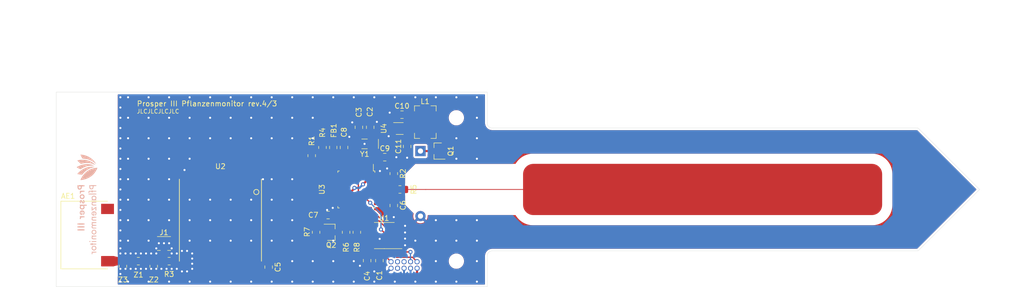
<source format=kicad_pcb>
(kicad_pcb (version 20171130) (host pcbnew "(5.1.12-1-10_14)")
  (layers (0 F.Cu signal) (31 B.Cu signal) (34 B.Paste user) (35 F.Paste user) (36 B.SilkS user) (37 F.SilkS user) (38 B.Mask user) (39 F.Mask user) (44 Edge.Cuts user))
  (net 0 "")
  (net 1 "Net-(AE1-Pad1)")
  (net 2 GND)
  (net 3 "Net-(BT1-Pad1)")
  (net 4 VI2C)
  (net 5 +3V3)
  (net 6 VIN_SENSE)
  (net 7 +3.3VA)
  (net 8 NRST)
  (net 9 "Net-(J1-Pad1)")
  (net 10 SWDIO)
  (net 11 SWCLK)
  (net 12 "Net-(J2-Pad8)")
  (net 13 "Net-(J2-Pad7)")
  (net 14 "Net-(J2-Pad6)")
  (net 15 "Net-(L1-Pad1)")
  (net 16 I2C_ENABLE)
  (net 17 SCL)
  (net 18 SDA)
  (net 19 RFM95_NRST)
  (net 20 MISO)
  (net 21 MOSI)
  (net 22 SCK)
  (net 23 RFM95_NSS)
  (net 24 RFM95_DIO5)
  (net 25 "Net-(U2-Pad11)")
  (net 26 "Net-(U2-Pad12)")
  (net 27 "Net-(U2-Pad16)")
  (net 28 TSC_IO1)
  (net 29 SENSOR_PLANE)
  (net 30 RFM95_DIO0)
  (net 31 RFM95_DIO1)
  (net 32 "Net-(C2-Pad1)")
  (net 33 "Net-(C3-Pad1)")
  (net 34 "Net-(R2-Pad1)")
  (net 35 "Net-(R3-Pad1)")
  (net 36 "Net-(R4-Pad2)")
  (net 37 "Net-(U3-Pad7)")
  (net 38 "Net-(U3-Pad21)")
  (net 39 "Net-(U3-Pad22)")
  (net 40 "Net-(U3-Pad25)")
  (net 41 "Net-(U3-Pad26)")
  (net 42 "Net-(U3-Pad29)")
  (net 43 "Net-(U3-Pad30)")
  (net 44 TSC_IO2)
  (module Resistor_SMD:R_0805_2012Metric_Pad1.20x1.40mm_HandSolder (layer F.Cu) (at 127 100 180)
    (fp_text reference R5 (at -2.7 0 90) (layer F.SilkS))
    (fp_text value 100)
    (pad 2 smd roundrect (at 1 0 180) (size 1.2 1.4) (layers F.Cu F.Paste F.Mask) (roundrect_rratio 0.2083325) (net 44 TSC_IO2))
    (pad 1 smd roundrect (at -1 0 180) (size 1.2 1.4) (layers F.Cu F.Paste F.Mask) (roundrect_rratio 0.2083325) (net 29 SENSOR_PLANE))
  )
  (module my-footprints-library:ProsperIIIPflanzenMonitorLogo (layer B.Cu) (at 66 103 270)
    (fp_text reference G*** hide)
    (fp_text value LOGO hide)
  )
  (module Crystal:Crystal_SMD_EuroQuartz_EQ161-2Pin_3.2x1.5mm_HandSoldering (layer F.Cu) (at 120.1 91.1 180)
    (fp_text reference Y1 (at -0.025 -2) (layer F.SilkS))
    (fp_text value 32768Hz)
    (pad 2 smd rect (at 1.625 0 180) (size 1.75 1.8) (layers F.Cu F.Paste F.Mask) (net 33 "Net-(C3-Pad1)"))
    (pad 1 smd rect (at -1.625 0 180) (size 1.75 1.8) (layers F.Cu F.Paste F.Mask) (net 32 "Net-(C2-Pad1)"))
  )
  (module Capacitor_SMD:C_0805_2012Metric_Pad1.18x1.45mm_HandSolder (layer F.Cu) (at 119 87.8625 90)
    (fp_text reference C3 (at 2.9125 0 270) (layer F.SilkS))
    (fp_text value 15pF)
    (pad 2 smd roundrect (at 1.0375 0 90) (size 1.175 1.45) (layers F.Cu F.Paste F.Mask) (roundrect_rratio 0.2127659574468085) (net 2 GND))
    (pad 1 smd roundrect (at -1.0375 0 90) (size 1.175 1.45) (layers F.Cu F.Paste F.Mask) (roundrect_rratio 0.2127659574468085) (net 33 "Net-(C3-Pad1)"))
  )
  (module Capacitor_SMD:C_0805_2012Metric_Pad1.18x1.45mm_HandSolder (layer F.Cu) (at 121.2 87.8625 90)
    (fp_text reference C2 (at 3.0125 -0.05 90) (layer F.SilkS))
    (fp_text value 15pF)
    (pad 2 smd roundrect (at 1.0375 0 90) (size 1.175 1.45) (layers F.Cu F.Paste F.Mask) (roundrect_rratio 0.2127659574468085) (net 2 GND))
    (pad 1 smd roundrect (at -1.0375 0 90) (size 1.175 1.45) (layers F.Cu F.Paste F.Mask) (roundrect_rratio 0.2127659574468085) (net 32 "Net-(C2-Pad1)"))
  )
  (module MountingHole:MountingHole_2.2mm_M2 (layer F.Cu) (at 138 114)
    (fp_text reference H3 hide)
    (fp_text value MountingHole)
    (pad 1 np_thru_hole circle (at 0 0) (size 2.2 2.2) (drill 2.2) (layers *.Cu *.Mask))
  )
  (module MountingHole:MountingHole_2.2mm_M2 (layer F.Cu) (at 138 86)
    (fp_text reference H2 hide)
    (fp_text value MountingHole)
    (pad 1 np_thru_hole circle (at 0 0) (size 2.2 2.2) (drill 2.2) (layers *.Cu *.Mask))
  )
  (module MountingHole:MountingHole_2.2mm_M2 (layer F.Cu) (at 65 86)
    (fp_text reference H1 hide)
    (fp_text value MountingHole)
    (pad 1 np_thru_hole circle (at 0 0) (size 2.2 2.2) (drill 2.2) (layers *.Cu *.Mask))
  )
  (module my-footprints-library:BatteryHolder_Keystone_2468_2xAAA_NoSilkscreen (layer B.Cu) (at 131 92.5 180)
    (fp_text reference BT1 hide)
    (fp_text value Keystone-2462)
    (pad 2 thru_hole circle (at 0 -12.7 180) (size 2 2) (drill 1.02) (layers *.Cu *.Mask) (net 2 GND))
    (pad 1 thru_hole rect (at 0 0 180) (size 2 2) (drill 1.02) (layers *.Cu *.Mask) (net 3 "Net-(BT1-Pad1)"))
  )
  (module my-footprints-library:SHF-105-01-L-D-TH_NoSilkscreen (layer B.Cu) (at 127.8 114.75 180)
    (fp_text reference J2 hide)
    (fp_text value SHF-105-01-L-D-TH)
    (pad 2 thru_hole circle (at -2.54 0.635 180) (size 1 1) (drill 0.65) (layers *.Cu *.Mask) (net 10 SWDIO))
    (pad 4 thru_hole circle (at -1.27 0.635 180) (size 1 1) (drill 0.65) (layers *.Cu *.Mask) (net 11 SWCLK))
    (pad 10 thru_hole circle (at 2.54 0.635 180) (size 1 1) (drill 0.65) (layers *.Cu *.Mask) (net 8 NRST))
    (pad 8 thru_hole circle (at 1.27 0.635 180) (size 1 1) (drill 0.65) (layers *.Cu *.Mask) (net 12 "Net-(J2-Pad8)"))
    (pad 9 thru_hole circle (at 2.54 -0.635 180) (size 1 1) (drill 0.65) (layers *.Cu *.Mask) (net 2 GND))
    (pad 7 thru_hole circle (at 1.27 -0.635 180) (size 1 1) (drill 0.65) (layers *.Cu *.Mask) (net 13 "Net-(J2-Pad7)"))
    (pad 1 thru_hole circle (at -2.54 -0.635 180) (size 1 1) (drill 0.65) (layers *.Cu *.Mask) (net 5 +3V3))
    (pad 3 thru_hole circle (at -1.27 -0.635 180) (size 1 1) (drill 0.65) (layers *.Cu *.Mask) (net 2 GND))
    (pad 6 thru_hole circle (at 0 0.635 180) (size 1 1) (drill 0.65) (layers *.Cu *.Mask) (net 14 "Net-(J2-Pad6)"))
    (pad 5 thru_hole circle (at 0 -0.635 180) (size 1 1) (drill 0.65) (layers *.Cu *.Mask) (net 2 GND))
  )
  (module Capacitor_SMD:C_0805_2012Metric_Pad1.18x1.45mm_HandSolder (layer F.Cu) (at 125.8 103.1375 270)
    (fp_text reference C6 (at -0.0375 -1.8 90) (layer F.SilkS))
    (fp_text value 100nF)
    (pad 2 smd roundrect (at 1.0375 0 270) (size 1.175 1.45) (layers F.Cu F.Paste F.Mask) (roundrect_rratio 0.2127659574468085) (net 2 GND))
    (pad 1 smd roundrect (at -1.0375 0 270) (size 1.175 1.45) (layers F.Cu F.Paste F.Mask) (roundrect_rratio 0.2127659574468085) (net 28 TSC_IO1))
  )
  (module Resistor_SMD:R_0805_2012Metric_Pad1.20x1.40mm_HandSolder (layer F.Cu) (at 73 115 90)
    (fp_text reference Z3 (at -2.625 0) (layer F.SilkS))
    (fp_text value 900fF)
    (pad 2 smd roundrect (at 1 0 90) (size 1.2 1.4) (layers F.Cu F.Paste F.Mask) (roundrect_rratio 0.2083325) (net 1 "Net-(AE1-Pad1)"))
    (pad 1 smd roundrect (at -1 0 90) (size 1.2 1.4) (layers F.Cu F.Paste F.Mask) (roundrect_rratio 0.2083325) (net 2 GND))
  )
  (module Resistor_SMD:R_0805_2012Metric_Pad1.20x1.40mm_HandSolder (layer F.Cu) (at 76 114 180)
    (fp_text reference Z1 (at -0.025 -2.675 180) (layer F.SilkS))
    (fp_text value 11nH)
    (pad 2 smd roundrect (at 1 0 180) (size 1.2 1.4) (layers F.Cu F.Paste F.Mask) (roundrect_rratio 0.2083325) (net 1 "Net-(AE1-Pad1)"))
    (pad 1 smd roundrect (at -1 0 180) (size 1.2 1.4) (layers F.Cu F.Paste F.Mask) (roundrect_rratio 0.2083325) (net 9 "Net-(J1-Pad1)"))
  )
  (module Resistor_SMD:R_0805_2012Metric_Pad1.20x1.40mm_HandSolder (layer F.Cu) (at 79 115 270)
    (fp_text reference Z2 (at 2.625 -0.025) (layer F.SilkS))
    (fp_text value NC)
    (pad 2 smd roundrect (at 1 0 270) (size 1.2 1.4) (layers F.Cu F.Paste F.Mask) (roundrect_rratio 0.2083325) (net 2 GND))
    (pad 1 smd roundrect (at -1 0 270) (size 1.2 1.4) (layers F.Cu F.Paste F.Mask) (roundrect_rratio 0.2083325) (net 9 "Net-(J1-Pad1)"))
  )
  (module my-footprints-library:LQFP-32_7x7mm_P0.8mm_HandSolder (layer F.Cu) (at 118.5 100 270)
    (fp_text reference U3 (at 0 6.7 270) (layer F.SilkS))
    (fp_text value STM32L412KB)
    (pad 1 smd roundrect (at -4.575 -2.8 270) (size 2.3 0.5) (layers F.Cu F.Paste F.Mask) (net 5 +3V3))
    (pad 2 smd roundrect (at -4.575 -2 270) (size 2.3 0.5) (layers F.Cu F.Paste F.Mask) (net 32 "Net-(C2-Pad1)"))
    (pad 3 smd roundrect (at -4.575 -1.2 270) (size 2.3 0.5) (layers F.Cu F.Paste F.Mask) (net 33 "Net-(C3-Pad1)"))
    (pad 4 smd roundrect (at -4.575 -0.4 270) (size 2.3 0.5) (layers F.Cu F.Paste F.Mask) (net 8 NRST))
    (pad 5 smd roundrect (at -4.575 0.4 270) (size 2.3 0.5) (layers F.Cu F.Paste F.Mask) (net 7 +3.3VA))
    (pad 6 smd roundrect (at -4.575 1.2 270) (size 2.3 0.5) (layers F.Cu F.Paste F.Mask) (net 36 "Net-(R4-Pad2)"))
    (pad 7 smd roundrect (at -4.575 2 270) (size 2.3 0.5) (layers F.Cu F.Paste F.Mask) (net 37 "Net-(U3-Pad7)"))
    (pad 8 smd roundrect (at -4.575 2.8 270) (size 2.3 0.5) (layers F.Cu F.Paste F.Mask) (net 24 RFM95_DIO5))
    (pad 9 smd roundrect (at -2.8 4.575 270) (size 0.5 2.3) (layers F.Cu F.Paste F.Mask) (net 19 RFM95_NRST))
    (pad 10 smd roundrect (at -2 4.575 270) (size 0.5 2.3) (layers F.Cu F.Paste F.Mask) (net 23 RFM95_NSS))
    (pad 11 smd roundrect (at -1.2 4.575 270) (size 0.5 2.3) (layers F.Cu F.Paste F.Mask) (net 22 SCK))
    (pad 12 smd roundrect (at -0.4 4.575 270) (size 0.5 2.3) (layers F.Cu F.Paste F.Mask) (net 20 MISO))
    (pad 13 smd roundrect (at 0.4 4.575 270) (size 0.5 2.3) (layers F.Cu F.Paste F.Mask) (net 21 MOSI))
    (pad 14 smd roundrect (at 1.2 4.575 270) (size 0.5 2.3) (layers F.Cu F.Paste F.Mask) (net 30 RFM95_DIO0))
    (pad 15 smd roundrect (at 2 4.575 270) (size 0.5 2.3) (layers F.Cu F.Paste F.Mask) (net 31 RFM95_DIO1))
    (pad 16 smd roundrect (at 2.8 4.575 270) (size 0.5 2.3) (layers F.Cu F.Paste F.Mask) (net 2 GND))
    (pad 17 smd roundrect (at 4.575 2.8 270) (size 2.3 0.5) (layers F.Cu F.Paste F.Mask) (net 5 +3V3))
    (pad 18 smd roundrect (at 4.575 2 270) (size 2.3 0.5) (layers F.Cu F.Paste F.Mask) (net 16 I2C_ENABLE))
    (pad 19 smd roundrect (at 4.575 1.2 270) (size 2.3 0.5) (layers F.Cu F.Paste F.Mask) (net 17 SCL))
    (pad 20 smd roundrect (at 4.575 0.4 270) (size 2.3 0.5) (layers F.Cu F.Paste F.Mask) (net 18 SDA))
    (pad 21 smd roundrect (at 4.575 -0.4 270) (size 2.3 0.5) (layers F.Cu F.Paste F.Mask) (net 38 "Net-(U3-Pad21)"))
    (pad 22 smd roundrect (at 4.575 -1.2 270) (size 2.3 0.5) (layers F.Cu F.Paste F.Mask) (net 39 "Net-(U3-Pad22)"))
    (pad 23 smd roundrect (at 4.575 -2 270) (size 2.3 0.5) (layers F.Cu F.Paste F.Mask) (net 10 SWDIO))
    (pad 24 smd roundrect (at 4.575 -2.8 270) (size 2.3 0.5) (layers F.Cu F.Paste F.Mask) (net 11 SWCLK))
    (pad 25 smd roundrect (at 2.8 -4.575 270) (size 0.5 2.3) (layers F.Cu F.Paste F.Mask) (net 40 "Net-(U3-Pad25)"))
    (pad 26 smd roundrect (at 2 -4.575 270) (size 0.5 2.3) (layers F.Cu F.Paste F.Mask) (net 41 "Net-(U3-Pad26)"))
    (pad 27 smd roundrect (at 1.2 -4.575 270) (size 0.5 2.3) (layers F.Cu F.Paste F.Mask) (net 28 TSC_IO1))
    (pad 28 smd roundrect (at 0.4 -4.575 270) (size 0.5 2.3) (layers F.Cu F.Paste F.Mask) (net 44 TSC_IO2))
    (pad 29 smd roundrect (at -0.4 -4.575 270) (size 0.5 2.3) (layers F.Cu F.Paste F.Mask) (net 42 "Net-(U3-Pad29)"))
    (pad 30 smd roundrect (at -1.2 -4.575 270) (size 0.5 2.3) (layers F.Cu F.Paste F.Mask) (net 43 "Net-(U3-Pad30)"))
    (pad 31 smd roundrect (at -2 -4.575 270) (size 0.5 2.3) (layers F.Cu F.Paste F.Mask) (net 34 "Net-(R2-Pad1)"))
    (pad 32 smd roundrect (at -2.8 -4.575 270) (size 0.5 2.3) (layers F.Cu F.Paste F.Mask) (net 2 GND))
  )
  (module Package_TO_SOT_SMD:SOT-363_SC-70-6_Handsoldering (layer F.Cu) (at 126.95 88.1)
    (fp_text reference U4 (at -3.1 0 270) (layer F.SilkS))
    (fp_text value TLV61225)
    (pad 6 smd rect (at 1.33 -0.65) (size 1.5 0.4) (layers F.Cu F.Paste F.Mask) (net 6 VIN_SENSE))
    (pad 5 smd rect (at 1.33 0) (size 1.5 0.4) (layers F.Cu F.Paste F.Mask) (net 15 "Net-(L1-Pad1)"))
    (pad 4 smd rect (at 1.33 0.65) (size 1.5 0.4) (layers F.Cu F.Paste F.Mask) (net 5 +3V3))
    (pad 3 smd rect (at -1.33 0.65) (size 1.5 0.4) (layers F.Cu F.Paste F.Mask) (net 2 GND))
    (pad 2 smd rect (at -1.33 0) (size 1.5 0.4) (layers F.Cu F.Paste F.Mask) (net 5 +3V3))
    (pad 1 smd rect (at -1.33 -0.65) (size 1.5 0.4) (layers F.Cu F.Paste F.Mask) (net 6 VIN_SENSE))
  )
  (module my-footprints-library:RFM95W (layer F.Cu) (at 92 106 270)
    (fp_text reference U2 (at -10.5 0 180) (layer F.SilkS))
    (fp_text value RFM95W)
    (pad 1 smd rect (at -8 -7 270) (size 2.5 1.2) (layers F.Cu F.Paste F.Mask) (net 2 GND))
    (pad 2 smd rect (at -8 -5 270) (size 2.5 1.2) (layers F.Cu F.Paste F.Mask) (net 20 MISO))
    (pad 3 smd rect (at -8 -3 270) (size 2.5 1.2) (layers F.Cu F.Paste F.Mask) (net 21 MOSI))
    (pad 4 smd rect (at -8 -1 270) (size 2.5 1.2) (layers F.Cu F.Paste F.Mask) (net 22 SCK))
    (pad 5 smd rect (at -8 1 270) (size 2.5 1.2) (layers F.Cu F.Paste F.Mask) (net 23 RFM95_NSS))
    (pad 6 smd rect (at -8 3 270) (size 2.5 1.2) (layers F.Cu F.Paste F.Mask) (net 19 RFM95_NRST))
    (pad 7 smd rect (at -8 5 270) (size 2.5 1.2) (layers F.Cu F.Paste F.Mask) (net 24 RFM95_DIO5))
    (pad 8 smd rect (at -8 7 270) (size 2.5 1.2) (layers F.Cu F.Paste F.Mask) (net 2 GND))
    (pad 9 smd rect (at 8 7 270) (size 2.5 1.2) (layers F.Cu F.Paste F.Mask) (net 35 "Net-(R3-Pad1)"))
    (pad 10 smd rect (at 8 5 270) (size 2.5 1.2) (layers F.Cu F.Paste F.Mask) (net 2 GND))
    (pad 11 smd rect (at 8 3 270) (size 2.5 1.2) (layers F.Cu F.Paste F.Mask) (net 25 "Net-(U2-Pad11)"))
    (pad 12 smd rect (at 8 1 270) (size 2.5 1.2) (layers F.Cu F.Paste F.Mask) (net 26 "Net-(U2-Pad12)"))
    (pad 13 smd rect (at 8 -1 270) (size 2.5 1.2) (layers F.Cu F.Paste F.Mask) (net 5 +3V3))
    (pad 14 smd rect (at 8 -3 270) (size 2.5 1.2) (layers F.Cu F.Paste F.Mask) (net 30 RFM95_DIO0))
    (pad 15 smd rect (at 8 -5 270) (size 2.5 1.2) (layers F.Cu F.Paste F.Mask) (net 31 RFM95_DIO1))
    (pad 16 smd rect (at 8 -7 270) (size 2.5 1.2) (layers F.Cu F.Paste F.Mask) (net 27 "Net-(U2-Pad16)"))
  )
  (module Package_SO:SOIC-8_3.9x4.9mm_P1.27mm (layer F.Cu) (at 123.95 109 180)
    (fp_text reference U1 (at 0.05 3.4 180) (layer F.SilkS))
    (fp_text value 24LC32)
    (pad 8 smd roundrect (at 2.475 -1.905 180) (size 1.95 0.6) (layers F.Cu F.Paste F.Mask) (net 4 VI2C))
    (pad 7 smd roundrect (at 2.475 -0.635 180) (size 1.95 0.6) (layers F.Cu F.Paste F.Mask) (net 2 GND))
    (pad 6 smd roundrect (at 2.475 0.635 180) (size 1.95 0.6) (layers F.Cu F.Paste F.Mask) (net 17 SCL))
    (pad 5 smd roundrect (at 2.475 1.905 180) (size 1.95 0.6) (layers F.Cu F.Paste F.Mask) (net 18 SDA))
    (pad 4 smd roundrect (at -2.475 1.905 180) (size 1.95 0.6) (layers F.Cu F.Paste F.Mask) (net 2 GND))
    (pad 3 smd roundrect (at -2.475 0.635 180) (size 1.95 0.6) (layers F.Cu F.Paste F.Mask) (net 2 GND))
    (pad 2 smd roundrect (at -2.475 -0.635 180) (size 1.95 0.6) (layers F.Cu F.Paste F.Mask) (net 2 GND))
    (pad 1 smd roundrect (at -2.475 -1.905 180) (size 1.95 0.6) (layers F.Cu F.Paste F.Mask) (net 2 GND))
  )
  (module Resistor_SMD:R_0805_2012Metric_Pad1.20x1.40mm_HandSolder (layer F.Cu) (at 125.8 96.9 90)
    (fp_text reference R2 (at 0 1.8 90) (layer F.SilkS))
    (fp_text value 10k)
    (pad 2 smd roundrect (at 1 0 90) (size 1.2 1.4) (layers F.Cu F.Paste F.Mask) (roundrect_rratio 0.2083325) (net 2 GND))
    (pad 1 smd roundrect (at -1 0 90) (size 1.2 1.4) (layers F.Cu F.Paste F.Mask) (roundrect_rratio 0.2083325) (net 34 "Net-(R2-Pad1)"))
  )
  (module Resistor_SMD:R_0805_2012Metric_Pad1.20x1.40mm_HandSolder (layer F.Cu) (at 111.9 91.8 270)
    (fp_text reference R4 (at -2.9 0 90) (layer F.SilkS))
    (fp_text value 100)
    (pad 2 smd roundrect (at 1 0 270) (size 1.2 1.4) (layers F.Cu F.Paste F.Mask) (roundrect_rratio 0.2083325) (net 36 "Net-(R4-Pad2)"))
    (pad 1 smd roundrect (at -1 0 270) (size 1.2 1.4) (layers F.Cu F.Paste F.Mask) (roundrect_rratio 0.2083325) (net 6 VIN_SENSE))
  )
  (module Resistor_SMD:R_0805_2012Metric_Pad1.20x1.40mm_HandSolder (layer F.Cu) (at 82 114 180)
    (fp_text reference R3 (at 0 -2.55 180) (layer F.SilkS))
    (fp_text value 0)
    (pad 2 smd roundrect (at 1 0 180) (size 1.2 1.4) (layers F.Cu F.Paste F.Mask) (roundrect_rratio 0.2083325) (net 9 "Net-(J1-Pad1)"))
    (pad 1 smd roundrect (at -1 0 180) (size 1.2 1.4) (layers F.Cu F.Paste F.Mask) (roundrect_rratio 0.2083325) (net 35 "Net-(R3-Pad1)"))
  )
  (module Resistor_SMD:R_0805_2012Metric_Pad1.20x1.40mm_HandSolder (layer F.Cu) (at 109.8 93.4 270)
    (fp_text reference R1 (at -2.9 0 90) (layer F.SilkS))
    (fp_text value 100k)
    (pad 2 smd roundrect (at 1 0 270) (size 1.2 1.4) (layers F.Cu F.Paste F.Mask) (roundrect_rratio 0.2083325) (net 19 RFM95_NRST))
    (pad 1 smd roundrect (at -1 0 270) (size 1.2 1.4) (layers F.Cu F.Paste F.Mask) (roundrect_rratio 0.2083325) (net 5 +3V3))
  )
  (module Resistor_SMD:R_0805_2012Metric_Pad1.20x1.40mm_HandSolder (layer F.Cu) (at 118.6 108.36 90)
    (fp_text reference R8 (at -2.94 0 90) (layer F.SilkS))
    (fp_text value 4.7k)
    (pad 2 smd roundrect (at 1 0 90) (size 1.2 1.4) (layers F.Cu F.Paste F.Mask) (roundrect_rratio 0.2083325) (net 18 SDA))
    (pad 1 smd roundrect (at -1 0 90) (size 1.2 1.4) (layers F.Cu F.Paste F.Mask) (roundrect_rratio 0.2083325) (net 4 VI2C))
  )
  (module Resistor_SMD:R_0805_2012Metric_Pad1.20x1.40mm_HandSolder (layer F.Cu) (at 116.5 108.36 90)
    (fp_text reference R6 (at -2.94 0 90) (layer F.SilkS))
    (fp_text value 4.7k)
    (pad 2 smd roundrect (at 1 0 90) (size 1.2 1.4) (layers F.Cu F.Paste F.Mask) (roundrect_rratio 0.2083325) (net 17 SCL))
    (pad 1 smd roundrect (at -1 0 90) (size 1.2 1.4) (layers F.Cu F.Paste F.Mask) (roundrect_rratio 0.2083325) (net 4 VI2C))
  )
  (module Resistor_SMD:R_0805_2012Metric_Pad1.20x1.40mm_HandSolder (layer F.Cu) (at 110.65 108.36 270)
    (fp_text reference R7 (at -0.06 1.75 270) (layer F.SilkS))
    (fp_text value 100k)
    (pad 2 smd roundrect (at 1 0 270) (size 1.2 1.4) (layers F.Cu F.Paste F.Mask) (roundrect_rratio 0.2083325) (net 5 +3V3))
    (pad 1 smd roundrect (at -1 0 270) (size 1.2 1.4) (layers F.Cu F.Paste F.Mask) (roundrect_rratio 0.2083325) (net 16 I2C_ENABLE))
  )
  (module Package_TO_SOT_SMD:SOT-23 (layer F.Cu) (at 134.4 92.5 180)
    (fp_text reference Q1 (at -2.5 0 270) (layer F.SilkS))
    (fp_text value TSM260P02)
    (pad 3 smd rect (at 1 0 180) (size 0.9 0.8) (layers F.Cu F.Paste F.Mask) (net 3 "Net-(BT1-Pad1)"))
    (pad 2 smd rect (at -1 0.95 180) (size 0.9 0.8) (layers F.Cu F.Paste F.Mask) (net 6 VIN_SENSE))
    (pad 1 smd rect (at -1 -0.95 180) (size 0.9 0.8) (layers F.Cu F.Paste F.Mask) (net 2 GND))
  )
  (module Package_TO_SOT_SMD:SOT-23 (layer F.Cu) (at 113.6 108.36)
    (fp_text reference Q2 (at 0 2.5) (layer F.SilkS))
    (fp_text value PMV250EPEA)
    (pad 3 smd rect (at 1 0) (size 0.9 0.8) (layers F.Cu F.Paste F.Mask) (net 4 VI2C))
    (pad 2 smd rect (at -1 0.95) (size 0.9 0.8) (layers F.Cu F.Paste F.Mask) (net 5 +3V3))
    (pad 1 smd rect (at -1 -0.95) (size 0.9 0.8) (layers F.Cu F.Paste F.Mask) (net 16 I2C_ENABLE))
  )
  (module my-footprints-library:L_Bourns-SRN4018_3DModel_HandSolder (layer F.Cu) (at 131.95 86.85 90)
    (fp_text reference L1 (at 4.05 -0.05 180) (layer F.SilkS))
    (fp_text value 4.7uH)
    (pad 2 smd rect (at 1.925 0 90) (size 2.3 3.6) (layers F.Cu F.Paste F.Mask) (net 6 VIN_SENSE))
    (pad 1 smd rect (at -1.925 0 90) (size 2.3 3.6) (layers F.Cu F.Paste F.Mask) (net 15 "Net-(L1-Pad1)"))
  )
  (module my-footprints-library:CONUFL001-SMD (layer F.Cu) (at 81 110.5)
    (fp_text reference J1 (at 0 -2.1) (layer F.SilkS))
    (fp_text value CONUFL001-SMD-T)
    (pad 1 smd rect (at 0 1.525) (size 1 1.05) (layers F.Cu F.Paste F.Mask) (net 9 "Net-(J1-Pad1)"))
    (pad 2 smd rect (at 1.475 0) (size 1.05 2.2) (layers F.Cu F.Paste F.Mask) (net 2 GND))
    (pad 2 smd rect (at -1.475 0) (size 1.05 2.2) (layers F.Cu F.Paste F.Mask) (net 2 GND))
  )
  (module Inductor_SMD:L_0805_2012Metric_Pad1.15x1.40mm_HandSolder (layer F.Cu) (at 114 91.8 270)
    (fp_text reference FB1 (at -3.3 -0.1 90) (layer F.SilkS))
    (fp_text value WE742792040)
    (pad 2 smd roundrect (at 1.025 0 270) (size 1.15 1.4) (layers F.Cu F.Paste F.Mask) (roundrect_rratio 0.2173904347826087) (net 7 +3.3VA))
    (pad 1 smd roundrect (at -1.025 0 270) (size 1.15 1.4) (layers F.Cu F.Paste F.Mask) (roundrect_rratio 0.2173904347826087) (net 5 +3V3))
  )
  (module Capacitor_SMD:C_0805_2012Metric_Pad1.18x1.45mm_HandSolder (layer F.Cu) (at 123 113.9 270)
    (fp_text reference C1 (at 2.9 0 270) (layer F.SilkS))
    (fp_text value 100nF)
    (pad 2 smd roundrect (at 1.0375 0 270) (size 1.175 1.45) (layers F.Cu F.Paste F.Mask) (roundrect_rratio 0.2127659574468085) (net 2 GND))
    (pad 1 smd roundrect (at -1.0375 0 270) (size 1.175 1.45) (layers F.Cu F.Paste F.Mask) (roundrect_rratio 0.2127659574468085) (net 8 NRST))
  )
  (module Capacitor_SMD:C_0805_2012Metric_Pad1.18x1.45mm_HandSolder (layer F.Cu) (at 124.0375 93.7)
    (fp_text reference C9 (at 0.0125 -1.7) (layer F.SilkS))
    (fp_text value 100nF)
    (pad 2 smd roundrect (at 1.0375 0) (size 1.175 1.45) (layers F.Cu F.Paste F.Mask) (roundrect_rratio 0.2127659574468085) (net 2 GND))
    (pad 1 smd roundrect (at -1.0375 0) (size 1.175 1.45) (layers F.Cu F.Paste F.Mask) (roundrect_rratio 0.2127659574468085) (net 5 +3V3))
  )
  (module Capacitor_SMD:C_0805_2012Metric_Pad1.18x1.45mm_HandSolder (layer F.Cu) (at 113 105 180)
    (fp_text reference C7 (at 2.9 0 180) (layer F.SilkS))
    (fp_text value 100nF)
    (pad 2 smd roundrect (at 1.0375 0 180) (size 1.175 1.45) (layers F.Cu F.Paste F.Mask) (roundrect_rratio 0.2127659574468085) (net 2 GND))
    (pad 1 smd roundrect (at -1.0375 0 180) (size 1.175 1.45) (layers F.Cu F.Paste F.Mask) (roundrect_rratio 0.2127659574468085) (net 5 +3V3))
  )
  (module Capacitor_SMD:C_0805_2012Metric_Pad1.18x1.45mm_HandSolder (layer F.Cu) (at 116.1 91.8 90)
    (fp_text reference C8 (at 2.9625 0 90) (layer F.SilkS))
    (fp_text value 100nF)
    (pad 2 smd roundrect (at 1.0375 0 90) (size 1.175 1.45) (layers F.Cu F.Paste F.Mask) (roundrect_rratio 0.2127659574468085) (net 2 GND))
    (pad 1 smd roundrect (at -1.0375 0 90) (size 1.175 1.45) (layers F.Cu F.Paste F.Mask) (roundrect_rratio 0.2127659574468085) (net 7 +3.3VA))
  )
  (module Capacitor_SMD:C_0805_2012Metric_Pad1.18x1.45mm_HandSolder (layer F.Cu) (at 127.4 85.4 180)
    (fp_text reference C10 (at 0 1.7) (layer F.SilkS))
    (fp_text value 10uF)
    (pad 2 smd roundrect (at 1.0375 0 180) (size 1.175 1.45) (layers F.Cu F.Paste F.Mask) (roundrect_rratio 0.2127659574468085) (net 2 GND))
    (pad 1 smd roundrect (at -1.0375 0 180) (size 1.175 1.45) (layers F.Cu F.Paste F.Mask) (roundrect_rratio 0.2127659574468085) (net 6 VIN_SENSE))
  )
  (module Capacitor_SMD:C_0805_2012Metric_Pad1.18x1.45mm_HandSolder (layer F.Cu) (at 128.4 91.6 270)
    (fp_text reference C11 (at 0 1.7 270) (layer F.SilkS))
    (fp_text value 10uF)
    (pad 2 smd roundrect (at 1.0375 0 270) (size 1.175 1.45) (layers F.Cu F.Paste F.Mask) (roundrect_rratio 0.2127659574468085) (net 2 GND))
    (pad 1 smd roundrect (at -1.0375 0 270) (size 1.175 1.45) (layers F.Cu F.Paste F.Mask) (roundrect_rratio 0.2127659574468085) (net 5 +3V3))
  )
  (module Capacitor_SMD:C_0805_2012Metric_Pad1.18x1.45mm_HandSolder (layer F.Cu) (at 101.4 115.1625 90)
    (fp_text reference C5 (at 0 1.8 90) (layer F.SilkS))
    (fp_text value 100nF)
    (pad 2 smd roundrect (at 1.0375 0 90) (size 1.175 1.45) (layers F.Cu F.Paste F.Mask) (roundrect_rratio 0.2127659574468085) (net 2 GND))
    (pad 1 smd roundrect (at -1.0375 0 90) (size 1.175 1.45) (layers F.Cu F.Paste F.Mask) (roundrect_rratio 0.2127659574468085) (net 5 +3V3))
  )
  (module Capacitor_SMD:C_0805_2012Metric_Pad1.18x1.45mm_HandSolder (layer F.Cu) (at 120.6 113.9 270)
    (fp_text reference C4 (at 3 0 90) (layer F.SilkS))
    (fp_text value 100nF)
    (pad 2 smd roundrect (at 1.0375 0 270) (size 1.175 1.45) (layers F.Cu F.Paste F.Mask) (roundrect_rratio 0.2127659574468085) (net 2 GND))
    (pad 1 smd roundrect (at -1.0375 0 270) (size 1.175 1.45) (layers F.Cu F.Paste F.Mask) (roundrect_rratio 0.2127659574468085) (net 4 VI2C))
  )
  (module my-footprints-library:Linx_ANT-868-uSP410 (layer F.Cu) (at 70 108.9 90)
    (fp_text reference AE1 (at 7.6 -7.7 180) (layer F.SilkS))
    (fp_text value ANT-868-uSP410)
    (pad 2 smd rect (at 5.1 0 90) (size 2 2.5) (layers F.Cu F.Paste F.Mask))
    (pad 1 smd rect (at -5.1 0 90) (size 2 2.5) (layers F.Cu F.Paste F.Mask) (net 1 "Net-(AE1-Pad1)"))
  )
  (gr_text "Prosper III Pflanzenmonitor rev.4/3" (at 75.651429 83.25) (layer F.SilkS) (effects (font (size 1 1)) (justify left)))
  (gr_text JLCJLCJLCJLC (at 75.651429 84.75) (layer F.SilkS) (effects (font (size 0.8 0.8) (thickness 0.12)) (justify left)))
  (gr_arc (start 145 87) (end 144 87) (angle -90) (layer Edge.Cuts) (width 0.05))
  (gr_arc (start 145 113) (end 145 112) (angle -90) (layer Edge.Cuts) (width 0.05))
  (gr_line (start 60 119) (end 60 81) (layer Edge.Cuts) (width 0.05))
  (gr_line (start 144 119) (end 60 119) (layer Edge.Cuts) (width 0.05))
  (gr_line (start 144 113) (end 144 119) (layer Edge.Cuts) (width 0.05))
  (gr_line (start 228 112) (end 145 112) (layer Edge.Cuts) (width 0.05))
  (gr_line (start 240 100) (end 228 112) (layer Edge.Cuts) (width 0.05))
  (gr_line (start 228 88) (end 240 100) (layer Edge.Cuts) (width 0.05))
  (gr_line (start 145 88) (end 228 88) (layer Edge.Cuts) (width 0.05))
  (gr_line (start 144 81) (end 144 87) (layer Edge.Cuts) (width 0.05))
  (gr_line (start 60 81) (end 144 81) (layer Edge.Cuts) (width 0.05))
  (via (at 138 90) (size 0.8) (drill 0.4) (layers F.Cu B.Cu) (net 2))
  (via (at 134 114) (size 0.8) (drill 0.4) (layers F.Cu B.Cu) (net 2))
  (via (at 74 86) (size 0.8) (drill 0.4) (layers F.Cu B.Cu) (net 2))
  (via (at 94 118) (size 0.8) (drill 0.4) (layers F.Cu B.Cu) (net 2))
  (via (at 72.5 118) (size 0.8) (drill 0.4) (layers F.Cu B.Cu) (net 2))
  (via (at 72.5 111.5) (size 0.8) (drill 0.4) (layers F.Cu B.Cu) (net 2))
  (via (at 72.5 82) (size 0.8) (drill 0.4) (layers F.Cu B.Cu) (net 2))
  (via (at 72.5 84) (size 0.8) (drill 0.4) (layers F.Cu B.Cu) (net 2))
  (via (at 72.5 86) (size 0.8) (drill 0.4) (layers F.Cu B.Cu) (net 2))
  (via (at 72.5 88) (size 0.8) (drill 0.4) (layers F.Cu B.Cu) (net 2))
  (via (at 72.5 90) (size 0.8) (drill 0.4) (layers F.Cu B.Cu) (net 2))
  (via (at 72.5 92) (size 0.8) (drill 0.4) (layers F.Cu B.Cu) (net 2))
  (via (at 72.5 94) (size 0.8) (drill 0.4) (layers F.Cu B.Cu) (net 2))
  (via (at 72.5 96) (size 0.8) (drill 0.4) (layers F.Cu B.Cu) (net 2))
  (via (at 72.5 98) (size 0.8) (drill 0.4) (layers F.Cu B.Cu) (net 2))
  (via (at 72.5 100) (size 0.8) (drill 0.4) (layers F.Cu B.Cu) (net 2))
  (via (at 72.5 102) (size 0.8) (drill 0.4) (layers F.Cu B.Cu) (net 2))
  (via (at 72.5 104) (size 0.8) (drill 0.4) (layers F.Cu B.Cu) (net 2))
  (via (at 72.5 106) (size 0.8) (drill 0.4) (layers F.Cu B.Cu) (net 2))
  (via (at 72.5 108) (size 0.8) (drill 0.4) (layers F.Cu B.Cu) (net 2))
  (via (at 72.5 110) (size 0.8) (drill 0.4) (layers F.Cu B.Cu) (net 2))
  (via (at 81 110.5) (size 0.8) (drill 0.4) (layers F.Cu B.Cu) (net 2))
  (via (at 86.5 115.5) (size 0.8) (drill 0.4) (layers F.Cu B.Cu) (net 2))
  (via (at 86.5 112.5) (size 0.8) (drill 0.4) (layers F.Cu B.Cu) (net 2))
  (via (at 85.5 116) (size 0.8) (drill 0.4) (layers F.Cu B.Cu) (net 2))
  (via (at 84.5 116) (size 0.8) (drill 0.4) (layers F.Cu B.Cu) (net 2))
  (via (at 85.5 112) (size 0.8) (drill 0.4) (layers F.Cu B.Cu) (net 2))
  (via (at 84.5 112) (size 0.8) (drill 0.4) (layers F.Cu B.Cu) (net 2))
  (via (at 83.5 112.5) (size 0.8) (drill 0.4) (layers F.Cu B.Cu) (net 2))
  (via (at 82.5 112.5) (size 0.8) (drill 0.4) (layers F.Cu B.Cu) (net 2))
  (via (at 83.5 115.5) (size 0.8) (drill 0.4) (layers F.Cu B.Cu) (net 2))
  (via (at 82.5 115.5) (size 0.8) (drill 0.4) (layers F.Cu B.Cu) (net 2))
  (via (at 81.5 115.5) (size 0.8) (drill 0.4) (layers F.Cu B.Cu) (net 2))
  (via (at 79.5 112.5) (size 0.8) (drill 0.4) (layers F.Cu B.Cu) (net 2))
  (via (at 78.5 112.5) (size 0.8) (drill 0.4) (layers F.Cu B.Cu) (net 2))
  (via (at 77.5 112.5) (size 0.8) (drill 0.4) (layers F.Cu B.Cu) (net 2))
  (via (at 76.5 112.5) (size 0.8) (drill 0.4) (layers F.Cu B.Cu) (net 2))
  (via (at 75.5 112.5) (size 0.8) (drill 0.4) (layers F.Cu B.Cu) (net 2))
  (via (at 74.5 112.5) (size 0.8) (drill 0.4) (layers F.Cu B.Cu) (net 2))
  (via (at 73.5 112.5) (size 0.8) (drill 0.4) (layers F.Cu B.Cu) (net 2))
  (via (at 72.5 112.5) (size 0.8) (drill 0.4) (layers F.Cu B.Cu) (net 2))
  (via (at 80.5 115.5) (size 0.8) (drill 0.4) (layers F.Cu B.Cu) (net 2))
  (via (at 77.5 115.5) (size 0.8) (drill 0.4) (layers F.Cu B.Cu) (net 2))
  (via (at 76.5 115.5) (size 0.8) (drill 0.4) (layers F.Cu B.Cu) (net 2))
  (via (at 75.5 115.5) (size 0.8) (drill 0.4) (layers F.Cu B.Cu) (net 2))
  (via (at 74.5 115.5) (size 0.8) (drill 0.4) (layers F.Cu B.Cu) (net 2))
  (via (at 82 118) (size 0.8) (drill 0.4) (layers F.Cu B.Cu) (net 2))
  (via (at 86 118) (size 0.8) (drill 0.4) (layers F.Cu B.Cu) (net 2))
  (via (at 90 118) (size 0.8) (drill 0.4) (layers F.Cu B.Cu) (net 2))
  (via (at 98 118) (size 0.8) (drill 0.4) (layers F.Cu B.Cu) (net 2))
  (via (at 102 118) (size 0.8) (drill 0.4) (layers F.Cu B.Cu) (net 2))
  (via (at 106 118) (size 0.8) (drill 0.4) (layers F.Cu B.Cu) (net 2))
  (via (at 118 118) (size 0.8) (drill 0.4) (layers F.Cu B.Cu) (net 2))
  (via (at 106 114) (size 0.8) (drill 0.4) (layers F.Cu B.Cu) (net 2))
  (via (at 130 118) (size 0.8) (drill 0.4) (layers F.Cu B.Cu) (net 2))
  (via (at 134 118) (size 0.8) (drill 0.4) (layers F.Cu B.Cu) (net 2))
  (via (at 138 118) (size 0.8) (drill 0.4) (layers F.Cu B.Cu) (net 2))
  (via (at 142 118) (size 0.8) (drill 0.4) (layers F.Cu B.Cu) (net 2))
  (via (at 138 110) (size 0.8) (drill 0.4) (layers F.Cu B.Cu) (net 2))
  (via (at 142 82) (size 0.8) (drill 0.4) (layers F.Cu B.Cu) (net 2))
  (via (at 138 82) (size 0.8) (drill 0.4) (layers F.Cu B.Cu) (net 2))
  (via (at 134 82) (size 0.8) (drill 0.4) (layers F.Cu B.Cu) (net 2))
  (via (at 130 82) (size 0.8) (drill 0.4) (layers F.Cu B.Cu) (net 2))
  (via (at 126 82) (size 0.8) (drill 0.4) (layers F.Cu B.Cu) (net 2))
  (via (at 122 82) (size 0.8) (drill 0.4) (layers F.Cu B.Cu) (net 2))
  (via (at 110 86) (size 0.8) (drill 0.4) (layers F.Cu B.Cu) (net 2))
  (via (at 118 82) (size 0.8) (drill 0.4) (layers F.Cu B.Cu) (net 2))
  (via (at 114 82) (size 0.8) (drill 0.4) (layers F.Cu B.Cu) (net 2))
  (via (at 110 82) (size 0.8) (drill 0.4) (layers F.Cu B.Cu) (net 2))
  (via (at 106 82) (size 0.8) (drill 0.4) (layers F.Cu B.Cu) (net 2))
  (via (at 102 82) (size 0.8) (drill 0.4) (layers F.Cu B.Cu) (net 2))
  (via (at 98 82) (size 0.8) (drill 0.4) (layers F.Cu B.Cu) (net 2))
  (via (at 94 82) (size 0.8) (drill 0.4) (layers F.Cu B.Cu) (net 2))
  (via (at 90 82) (size 0.8) (drill 0.4) (layers F.Cu B.Cu) (net 2))
  (via (at 86 82) (size 0.8) (drill 0.4) (layers F.Cu B.Cu) (net 2))
  (via (at 86 90) (size 0.8) (drill 0.4) (layers F.Cu B.Cu) (net 2))
  (via (at 86 94) (size 0.8) (drill 0.4) (layers F.Cu B.Cu) (net 2))
  (via (at 78 110) (size 0.8) (drill 0.4) (layers F.Cu B.Cu) (net 2))
  (via (at 86 110) (size 0.8) (drill 0.4) (layers F.Cu B.Cu) (net 2))
  (via (at 90 110) (size 0.8) (drill 0.4) (layers F.Cu B.Cu) (net 2))
  (via (at 94 110) (size 0.8) (drill 0.4) (layers F.Cu B.Cu) (net 2))
  (via (at 98 110) (size 0.8) (drill 0.4) (layers F.Cu B.Cu) (net 2))
  (via (at 98 106) (size 0.8) (drill 0.4) (layers F.Cu B.Cu) (net 2))
  (via (at 94 106) (size 0.8) (drill 0.4) (layers F.Cu B.Cu) (net 2))
  (via (at 94 102) (size 0.8) (drill 0.4) (layers F.Cu B.Cu) (net 2))
  (via (at 90 106) (size 0.8) (drill 0.4) (layers F.Cu B.Cu) (net 2))
  (via (at 90 102) (size 0.8) (drill 0.4) (layers F.Cu B.Cu) (net 2))
  (via (at 86 102) (size 0.8) (drill 0.4) (layers F.Cu B.Cu) (net 2))
  (via (at 86 106) (size 0.8) (drill 0.4) (layers F.Cu B.Cu) (net 2))
  (via (at 82 106) (size 0.8) (drill 0.4) (layers F.Cu B.Cu) (net 2))
  (via (at 78 106) (size 0.8) (drill 0.4) (layers F.Cu B.Cu) (net 2))
  (via (at 78 82) (size 0.8) (drill 0.4) (layers F.Cu B.Cu) (net 2))
  (via (at 82 82) (size 0.8) (drill 0.4) (layers F.Cu B.Cu) (net 2))
  (via (at 82 94) (size 0.8) (drill 0.4) (layers F.Cu B.Cu) (net 2))
  (via (at 82 90) (size 0.8) (drill 0.4) (layers F.Cu B.Cu) (net 2))
  (via (at 78 90) (size 0.8) (drill 0.4) (layers F.Cu B.Cu) (net 2))
  (via (at 78 94) (size 0.8) (drill 0.4) (layers F.Cu B.Cu) (net 2))
  (via (at 82 102) (size 0.8) (drill 0.4) (layers F.Cu B.Cu) (net 2))
  (via (at 82 98) (size 0.8) (drill 0.4) (layers F.Cu B.Cu) (net 2))
  (via (at 78 98) (size 0.8) (drill 0.4) (layers F.Cu B.Cu) (net 2))
  (via (at 78 102) (size 0.8) (drill 0.4) (layers F.Cu B.Cu) (net 2))
  (via (at 78 118) (size 0.8) (drill 0.4) (layers F.Cu B.Cu) (net 2))
  (via (at 74 118) (size 0.8) (drill 0.4) (layers F.Cu B.Cu) (net 2))
  (via (at 74 110) (size 0.8) (drill 0.4) (layers F.Cu B.Cu) (net 2))
  (via (at 74 106) (size 0.8) (drill 0.4) (layers F.Cu B.Cu) (net 2))
  (via (at 74 102) (size 0.8) (drill 0.4) (layers F.Cu B.Cu) (net 2))
  (via (at 74 98) (size 0.8) (drill 0.4) (layers F.Cu B.Cu) (net 2))
  (via (at 74 94) (size 0.8) (drill 0.4) (layers F.Cu B.Cu) (net 2))
  (via (at 74 90) (size 0.8) (drill 0.4) (layers F.Cu B.Cu) (net 2))
  (via (at 74 82) (size 0.8) (drill 0.4) (layers F.Cu B.Cu) (net 2))
  (via (at 78.5 115.5) (size 0.8) (drill 0.4) (layers F.Cu B.Cu) (net 2))
  (via (at 79.5 115.5) (size 0.8) (drill 0.4) (layers F.Cu B.Cu) (net 2))
  (via (at 73.5 115.5) (size 0.8) (drill 0.4) (layers F.Cu B.Cu) (net 2))
  (via (at 72.5 115.5) (size 0.8) (drill 0.4) (layers F.Cu B.Cu) (net 2))
  (via (at 86.5 113.5) (size 0.8) (drill 0.4) (layers F.Cu B.Cu) (net 2))
  (via (at 86.5 114.5) (size 0.8) (drill 0.4) (layers F.Cu B.Cu) (net 2))
  (via (at 82.5 111.5) (size 0.8) (drill 0.4) (layers F.Cu B.Cu) (net 2))
  (via (at 82 110.5) (size 0.8) (drill 0.4) (layers F.Cu B.Cu) (net 2))
  (via (at 80 110.5) (size 0.8) (drill 0.4) (layers F.Cu B.Cu) (net 2))
  (via (at 79.5 111.5) (size 0.8) (drill 0.4) (layers F.Cu B.Cu) (net 2))
  (via (at 72.5 116.5) (size 0.8) (drill 0.4) (layers F.Cu B.Cu) (net 2))
  (via (at 134 110) (size 0.8) (drill 0.4) (layers F.Cu B.Cu) (net 2))
  (via (at 126 118) (size 0.8) (drill 0.4) (layers F.Cu B.Cu) (net 2))
  (via (at 122 118) (size 0.8) (drill 0.4) (layers F.Cu B.Cu) (net 2))
  (via (at 110 114) (size 0.8) (drill 0.4) (layers F.Cu B.Cu) (net 2))
  (via (at 90 90) (size 0.8) (drill 0.4) (layers F.Cu B.Cu) (net 2))
  (via (at 85 96.2) (size 0.8) (drill 0.4) (layers F.Cu B.Cu) (net 2))
  (segment (start 85 98) (end 85 96.2) (width 0.4) (layer F.Cu) (net 2))
  (via (at 128 107.1) (size 0.8) (drill 0.4) (layers F.Cu B.Cu) (net 2))
  (segment (start 127.995 107.095) (end 128 107.1) (width 0.4) (layer F.Cu) (net 2))
  (segment (start 126.425 107.095) (end 127.995 107.095) (width 0.4) (layer F.Cu) (net 2))
  (segment (start 127.965 108.365) (end 128 108.4) (width 0.4) (layer F.Cu) (net 2))
  (via (at 128 108.4) (size 0.8) (drill 0.4) (layers F.Cu B.Cu) (net 2))
  (segment (start 126.425 108.365) (end 127.965 108.365) (width 0.4) (layer F.Cu) (net 2))
  (via (at 128 109.6) (size 0.8) (drill 0.4) (layers F.Cu B.Cu) (net 2))
  (segment (start 127.965 109.635) (end 128 109.6) (width 0.4) (layer F.Cu) (net 2))
  (segment (start 126.425 109.635) (end 127.965 109.635) (width 0.4) (layer F.Cu) (net 2))
  (via (at 128 110.9) (size 0.8) (drill 0.4) (layers F.Cu B.Cu) (net 2))
  (segment (start 127.695 110.905) (end 127.7 110.9) (width 0.4) (layer F.Cu) (net 2))
  (segment (start 126.125 110.905) (end 127.695 110.905) (width 0.4) (layer F.Cu) (net 2))
  (via (at 123.1 96.4) (size 0.8) (drill 0.4) (layers F.Cu B.Cu) (net 2))
  (segment (start 123.075 96.425) (end 123.1 96.4) (width 0.4) (layer F.Cu) (net 2))
  (segment (start 123.075 97.2) (end 123.075 96.425) (width 0.4) (layer F.Cu) (net 2))
  (via (at 112.8 104) (size 0.8) (drill 0.4) (layers F.Cu B.Cu) (net 2))
  (segment (start 111.9625 104.8375) (end 112.8 104) (width 0.4) (layer F.Cu) (net 2))
  (segment (start 111.9625 105) (end 111.9625 104.8375) (width 0.4) (layer F.Cu) (net 2))
  (via (at 106 90) (size 0.8) (drill 0.4) (layers F.Cu B.Cu) (net 2))
  (via (at 106 86) (size 0.8) (drill 0.4) (layers F.Cu B.Cu) (net 2))
  (via (at 102 86) (size 0.8) (drill 0.4) (layers F.Cu B.Cu) (net 2))
  (via (at 98 86) (size 0.8) (drill 0.4) (layers F.Cu B.Cu) (net 2))
  (via (at 98 90) (size 0.8) (drill 0.4) (layers F.Cu B.Cu) (net 2))
  (via (at 94 90) (size 0.8) (drill 0.4) (layers F.Cu B.Cu) (net 2))
  (via (at 102 110) (size 0.8) (drill 0.4) (layers F.Cu B.Cu) (net 2))
  (via (at 106 110) (size 0.8) (drill 0.4) (layers F.Cu B.Cu) (net 2))
  (via (at 106 106) (size 0.8) (drill 0.4) (layers F.Cu B.Cu) (net 2))
  (via (at 102 106) (size 0.8) (drill 0.4) (layers F.Cu B.Cu) (net 2))
  (via (at 123.05 109.65) (size 0.8) (drill 0.4) (layers F.Cu B.Cu) (net 2))
  (segment (start 123.035 109.635) (end 123.05 109.65) (width 0.4) (layer F.Cu) (net 2))
  (segment (start 121.475 109.635) (end 123.035 109.635) (width 0.4) (layer F.Cu) (net 2))
  (via (at 114 114) (size 0.8) (drill 0.4) (layers F.Cu B.Cu) (net 2))
  (via (at 119.2 114.9) (size 0.8) (drill 0.4) (layers F.Cu B.Cu) (net 2))
  (segment (start 119.2375 114.9375) (end 119.2 114.9) (width 0.4) (layer F.Cu) (net 2))
  (segment (start 120.6 114.9375) (end 119.2375 114.9375) (width 0.4) (layer F.Cu) (net 2))
  (segment (start 123 114.9375) (end 123.2625 115.2) (width 0.4) (layer F.Cu) (net 2))
  (via (at 100.3 98) (size 0.8) (drill 0.4) (layers F.Cu B.Cu) (net 2))
  (segment (start 99 98) (end 100.3 98) (width 0.4) (layer F.Cu) (net 2))
  (via (at 125.8 105.4) (size 0.8) (drill 0.4) (layers F.Cu B.Cu) (net 2))
  (segment (start 125.8 104.175) (end 125.8 105.4) (width 0.4) (layer F.Cu) (net 2))
  (via (at 124.5 95.9) (size 0.8) (drill 0.4) (layers F.Cu B.Cu) (net 2))
  (segment (start 125.8 95.9) (end 124.5 95.9) (width 0.4) (layer F.Cu) (net 2))
  (via (at 106 98) (size 0.8) (drill 0.4) (layers F.Cu B.Cu) (net 2))
  (via (at 113.9 103.6) (size 0.8) (drill 0.4) (layers F.Cu B.Cu) (net 2))
  (segment (start 113.925 103.775) (end 113.9 103.8) (width 0.25) (layer F.Cu) (net 2))
  (segment (start 113.925 102.8) (end 113.925 103.775) (width 0.25) (layer F.Cu) (net 2))
  (via (at 142 114) (size 0.8) (drill 0.4) (layers F.Cu B.Cu) (net 2))
  (via (at 142 110) (size 0.8) (drill 0.4) (layers F.Cu B.Cu) (net 2))
  (via (at 142 106) (size 0.8) (drill 0.4) (layers F.Cu B.Cu) (net 2))
  (segment (start 125.075 115.2) (end 125.26 115.385) (width 0.4) (layer F.Cu) (net 2))
  (segment (start 127.8 115.385) (end 127.8 116.5) (width 0.4) (layer B.Cu) (net 2))
  (segment (start 129.07 115.385) (end 129.07 116.47) (width 0.4) (layer B.Cu) (net 2))
  (via (at 124.8 89.6) (size 0.8) (drill 0.4) (layers F.Cu B.Cu) (net 2))
  (segment (start 125.62 88.78) (end 124.8 89.6) (width 0.4) (layer F.Cu) (net 2))
  (segment (start 125.62 88.75) (end 125.62 88.78) (width 0.4) (layer F.Cu) (net 2))
  (via (at 106 102) (size 0.8) (drill 0.4) (layers F.Cu B.Cu) (net 2))
  (via (at 102 102) (size 0.8) (drill 0.4) (layers F.Cu B.Cu) (net 2))
  (via (at 102 90) (size 0.8) (drill 0.4) (layers F.Cu B.Cu) (net 2))
  (via (at 142 90) (size 0.8) (drill 0.4) (layers F.Cu B.Cu) (net 2))
  (via (at 142 94) (size 0.8) (drill 0.4) (layers F.Cu B.Cu) (net 2))
  (via (at 138 94) (size 0.8) (drill 0.4) (layers F.Cu B.Cu) (net 2))
  (via (at 138 106) (size 0.8) (drill 0.4) (layers F.Cu B.Cu) (net 2))
  (via (at 134 106) (size 0.8) (drill 0.4) (layers F.Cu B.Cu) (net 2))
  (via (at 130 110) (size 0.8) (drill 0.4) (layers F.Cu B.Cu) (net 2))
  (via (at 142 86) (size 0.8) (drill 0.4) (layers F.Cu B.Cu) (net 2))
  (via (at 114 118) (size 0.8) (drill 0.4) (layers F.Cu B.Cu) (net 2))
  (via (at 110 118) (size 0.8) (drill 0.4) (layers F.Cu B.Cu) (net 2))
  (via (at 98 102) (size 0.8) (drill 0.4) (layers F.Cu B.Cu) (net 2))
  (via (at 102 98) (size 0.8) (drill 0.4) (layers F.Cu B.Cu) (net 2))
  (via (at 78 86) (size 0.8) (drill 0.4) (layers F.Cu B.Cu) (net 2))
  (via (at 82 86) (size 0.8) (drill 0.4) (layers F.Cu B.Cu) (net 2))
  (via (at 86 86) (size 0.8) (drill 0.4) (layers F.Cu B.Cu) (net 2))
  (via (at 90 86) (size 0.8) (drill 0.4) (layers F.Cu B.Cu) (net 2))
  (via (at 94 86) (size 0.8) (drill 0.4) (layers F.Cu B.Cu) (net 2))
  (via (at 120.1 91.1) (size 0.8) (drill 0.4) (layers F.Cu B.Cu) (net 2))
  (via (at 126.3 93.7) (size 0.8) (drill 0.4) (layers F.Cu B.Cu) (net 2))
  (segment (start 125.075 93.7) (end 126.3 93.7) (width 0.4) (layer F.Cu) (net 2))
  (via (at 128.4 93.8) (size 0.8) (drill 0.4) (layers F.Cu B.Cu) (net 2))
  (segment (start 128.4 92.6375) (end 128.4 93.8) (width 0.4) (layer F.Cu) (net 2))
  (via (at 117.130437 89.725799) (size 0.8) (drill 0.4) (layers F.Cu B.Cu) (net 2))
  (segment (start 116.1 90.756236) (end 117.130437 89.725799) (width 0.4) (layer F.Cu) (net 2))
  (segment (start 116.1 90.7625) (end 116.1 90.756236) (width 0.4) (layer F.Cu) (net 2))
  (via (at 117.7 86.9) (size 0.8) (drill 0.4) (layers F.Cu B.Cu) (net 2))
  (segment (start 117.775 86.825) (end 117.7 86.9) (width 0.4) (layer F.Cu) (net 2))
  (segment (start 119 86.825) (end 117.775 86.825) (width 0.4) (layer F.Cu) (net 2))
  (segment (start 122.475 86.825) (end 122.5 86.8) (width 0.4) (layer F.Cu) (net 2))
  (via (at 122.5 86.8) (size 0.8) (drill 0.4) (layers F.Cu B.Cu) (net 2))
  (segment (start 121.2 86.825) (end 122.475 86.825) (width 0.4) (layer F.Cu) (net 2))
  (via (at 125 85) (size 0.8) (drill 0.4) (layers F.Cu B.Cu) (net 2))
  (segment (start 125.4 85.4) (end 125 85) (width 0.4) (layer F.Cu) (net 2))
  (segment (start 126.3625 85.4) (end 125.4 85.4) (width 0.4) (layer F.Cu) (net 2))
  (via (at 114 110) (size 0.8) (drill 0.4) (layers F.Cu B.Cu) (net 2))
  (via (at 118 114) (size 0.8) (drill 0.4) (layers F.Cu B.Cu) (net 2))
  (via (at 110 90) (size 0.8) (drill 0.4) (layers F.Cu B.Cu) (net 2))
  (via (at 122 116) (size 0.8) (drill 0.4) (layers F.Cu B.Cu) (net 2))
  (segment (start 123 115) (end 122 116) (width 0.4) (layer F.Cu) (net 2))
  (segment (start 123 114.9375) (end 123 115) (width 0.4) (layer F.Cu) (net 2))
  (segment (start 133.4 92.5) (end 131.2 92.5) (width 0.4) (layer F.Cu) (net 3))
  (segment (start 115.6 109.36) (end 114.6 108.36) (width 0.4) (layer F.Cu) (net 4))
  (segment (start 116.5 109.36) (end 115.6 109.36) (width 0.4) (layer F.Cu) (net 4))
  (segment (start 116.5 109.36) (end 118.6 109.36) (width 0.4) (layer F.Cu) (net 4))
  (segment (start 118.6 110.8625) (end 120.6 112.8625) (width 0.4) (layer F.Cu) (net 4))
  (segment (start 118.6 109.36) (end 118.6 110.8625) (width 0.4) (layer F.Cu) (net 4))
  (segment (start 121.475 111.9875) (end 120.6 112.8625) (width 0.4) (layer F.Cu) (net 4))
  (segment (start 121.475 110.905) (end 121.475 111.9875) (width 0.4) (layer F.Cu) (net 4))
  (segment (start 109.16 109.36) (end 109.16 111.54) (width 0.4) (layer F.Cu) (net 5))
  (segment (start 109.2 111.5) (end 109.16 111.54) (width 0.4) (layer F.Cu) (net 5))
  (segment (start 109.16 111.54) (end 109.16 113.34) (width 0.4) (layer F.Cu) (net 5))
  (segment (start 113.125 111.5) (end 109.2 111.5) (width 0.4) (layer F.Cu) (net 5))
  (segment (start 109.16 109.36) (end 109.16 107.060034) (width 0.4) (layer F.Cu) (net 5))
  (segment (start 109.16 107.060034) (end 109.910044 106.30999) (width 0.4) (layer F.Cu) (net 5))
  (segment (start 109.16 113.34) (end 106.3 116.2) (width 0.4) (layer F.Cu) (net 5))
  (segment (start 106.3 116.2) (end 101.4 116.2) (width 0.4) (layer F.Cu) (net 5))
  (segment (start 101.4 116.2) (end 94.5 116.2) (width 0.4) (layer F.Cu) (net 5))
  (segment (start 94.5 116.2) (end 93 114.7) (width 0.4) (layer F.Cu) (net 5))
  (segment (start 93 114.7) (end 93 114) (width 0.4) (layer F.Cu) (net 5))
  (segment (start 126.6 88.1) (end 127.25 88.75) (width 0.4) (layer F.Cu) (net 5))
  (segment (start 127.25 88.75) (end 128.28 88.75) (width 0.4) (layer F.Cu) (net 5))
  (segment (start 125.62 88.1) (end 126.6 88.1) (width 0.4) (layer F.Cu) (net 5))
  (segment (start 125.62 88.1) (end 125.9 88.1) (width 0.4) (layer F.Cu) (net 5))
  (segment (start 119.8 99) (end 121.3 97.5) (width 0.4) (layer F.Cu) (net 5))
  (segment (start 121.3 97.5) (end 121.3 95.425) (width 0.4) (layer F.Cu) (net 5))
  (segment (start 118.125 99.7) (end 119.1 99.7) (width 0.4) (layer B.Cu) (net 5))
  (segment (start 119.1 99.7) (end 119.8 99) (width 0.4) (layer B.Cu) (net 5))
  (via (at 119.8 99) (size 0.8) (drill 0.4) (layers F.Cu B.Cu) (net 5))
  (segment (start 115.7 102.2) (end 118.125 99.775) (width 0.4) (layer F.Cu) (net 5))
  (via (at 118.125 99.7) (size 0.8) (drill 0.4) (layers F.Cu B.Cu) (net 5))
  (segment (start 118.125 99.775) (end 118.125 99.7) (width 0.4) (layer F.Cu) (net 5))
  (segment (start 115.7 104.575) (end 115.7 102.2) (width 0.4) (layer F.Cu) (net 5))
  (segment (start 130.34 116.226053) (end 130.34 115.385) (width 0.4) (layer F.Cu) (net 5))
  (segment (start 129.566053 117) (end 130.34 116.226053) (width 0.4) (layer F.Cu) (net 5))
  (segment (start 118.625 117) (end 129.566053 117) (width 0.4) (layer F.Cu) (net 5))
  (segment (start 113.125 111.5) (end 118.625 117) (width 0.4) (layer F.Cu) (net 5))
  (segment (start 110.65 109.36) (end 109.16 109.36) (width 0.4) (layer F.Cu) (net 5))
  (segment (start 114.0375 105) (end 112.7375 106.3) (width 0.4) (layer F.Cu) (net 5))
  (segment (start 112.7375 106.3) (end 110.7 106.3) (width 0.4) (layer F.Cu) (net 5))
  (segment (start 110.7 106.3) (end 110.69001 106.30999) (width 0.4) (layer F.Cu) (net 5))
  (segment (start 110.69001 106.30999) (end 109.910044 106.30999) (width 0.4) (layer F.Cu) (net 5))
  (segment (start 115.7 104.575) (end 114.4625 104.575) (width 0.4) (layer F.Cu) (net 5))
  (segment (start 114.4625 104.575) (end 114.0375 105) (width 0.4) (layer F.Cu) (net 5))
  (segment (start 112.6 109.31) (end 110.7 109.31) (width 0.4) (layer F.Cu) (net 5))
  (segment (start 110.7 109.31) (end 110.65 109.36) (width 0.4) (layer F.Cu) (net 5))
  (segment (start 110.40805 92.4) (end 109.8 92.4) (width 0.25) (layer F.Cu) (net 5))
  (segment (start 112.95001 91.82499) (end 110.98306 91.82499) (width 0.25) (layer F.Cu) (net 5))
  (segment (start 110.98306 91.82499) (end 110.40805 92.4) (width 0.25) (layer F.Cu) (net 5))
  (segment (start 114 90.775) (end 112.95001 91.82499) (width 0.25) (layer F.Cu) (net 5))
  (segment (start 116.62499 84.47501) (end 114 87.1) (width 0.4) (layer F.Cu) (net 5))
  (segment (start 122.561824 84.47501) (end 116.62499 84.47501) (width 0.4) (layer F.Cu) (net 5))
  (segment (start 123.9 85.813186) (end 122.561824 84.47501) (width 0.4) (layer F.Cu) (net 5))
  (segment (start 114 87.1) (end 114 90.775) (width 0.4) (layer F.Cu) (net 5))
  (segment (start 123.9 90) (end 123.9 85.813186) (width 0.4) (layer F.Cu) (net 5))
  (segment (start 121.3 95.4) (end 123 93.7) (width 0.4) (layer F.Cu) (net 5))
  (segment (start 121.3 95.425) (end 121.3 95.4) (width 0.4) (layer F.Cu) (net 5))
  (segment (start 128.28 90.4425) (end 128.4 90.5625) (width 0.4) (layer F.Cu) (net 5))
  (segment (start 128.28 88.75) (end 128.28 90.4425) (width 0.4) (layer F.Cu) (net 5))
  (segment (start 124.4625 90.5625) (end 123.9 90) (width 0.4) (layer F.Cu) (net 5))
  (segment (start 128.4 90.5625) (end 124.4625 90.5625) (width 0.4) (layer F.Cu) (net 5))
  (segment (start 124.4625 92.2375) (end 123 93.7) (width 0.4) (layer F.Cu) (net 5))
  (segment (start 124.4625 90.5625) (end 124.4625 92.2375) (width 0.4) (layer F.Cu) (net 5))
  (segment (start 128.28 87.45) (end 125.62 87.45) (width 0.4) (layer F.Cu) (net 6))
  (segment (start 128.28 85.5575) (end 128.4375 85.4) (width 0.4) (layer F.Cu) (net 6))
  (segment (start 128.28 87.45) (end 128.28 85.5575) (width 0.4) (layer F.Cu) (net 6))
  (segment (start 131.475 85.4) (end 131.95 84.925) (width 0.4) (layer F.Cu) (net 6))
  (segment (start 128.4375 85.4) (end 131.475 85.4) (width 0.4) (layer F.Cu) (net 6))
  (segment (start 135.4 88.375) (end 131.95 84.925) (width 0.4) (layer F.Cu) (net 6))
  (segment (start 135.4 91.55) (end 135.4 88.375) (width 0.4) (layer F.Cu) (net 6))
  (segment (start 116.386812 83.9) (end 111.9 88.386812) (width 0.25) (layer F.Cu) (net 6))
  (segment (start 122.800001 83.899999) (end 116.386812 83.9) (width 0.25) (layer F.Cu) (net 6))
  (segment (start 125.62 87.45) (end 125.62 86.72) (width 0.25) (layer F.Cu) (net 6))
  (segment (start 111.9 88.386812) (end 111.9 90.8) (width 0.25) (layer F.Cu) (net 6))
  (segment (start 125.62 86.72) (end 122.800001 83.899999) (width 0.25) (layer F.Cu) (net 6))
  (segment (start 114.0125 92.8375) (end 114 92.825) (width 0.4) (layer F.Cu) (net 7))
  (segment (start 116.1 92.8375) (end 114.0125 92.8375) (width 0.4) (layer F.Cu) (net 7))
  (segment (start 117.646865 93.82499) (end 116.659375 92.8375) (width 0.4) (layer F.Cu) (net 7))
  (segment (start 118.00001 94.161822) (end 117.663178 93.82499) (width 0.4) (layer F.Cu) (net 7))
  (segment (start 118.00001 94.178135) (end 118.00001 94.161822) (width 0.4) (layer F.Cu) (net 7))
  (segment (start 117.663178 93.82499) (end 117.646865 93.82499) (width 0.4) (layer F.Cu) (net 7))
  (segment (start 118.1 94.278125) (end 118.00001 94.178135) (width 0.4) (layer F.Cu) (net 7))
  (segment (start 116.659375 92.8375) (end 116.1 92.8375) (width 0.4) (layer F.Cu) (net 7))
  (segment (start 118.1 95.425) (end 118.1 94.278125) (width 0.4) (layer F.Cu) (net 7))
  (via (at 121.2 102.6) (size 0.8) (drill 0.4) (layers F.Cu B.Cu) (net 8))
  (segment (start 118.9 100.3) (end 121.2 102.6) (width 0.25) (layer F.Cu) (net 8))
  (segment (start 118.9 95.425) (end 118.9 100.3) (width 0.25) (layer F.Cu) (net 8))
  (segment (start 123.3 104.7) (end 123.3 107.8) (width 0.25) (layer B.Cu) (net 8))
  (segment (start 123.9 108.4) (end 123.9 111.9625) (width 0.25) (layer F.Cu) (net 8))
  (segment (start 123.3 107.8) (end 123.9 108.4) (width 0.25) (layer F.Cu) (net 8))
  (via (at 123.3 107.8) (size 0.8) (drill 0.4) (layers F.Cu B.Cu) (net 8))
  (segment (start 123.9 111.9625) (end 123 112.8625) (width 0.25) (layer F.Cu) (net 8))
  (segment (start 121.2 102.6) (end 123.3 104.7) (width 0.25) (layer B.Cu) (net 8))
  (segment (start 123 112.8625) (end 124.0075 112.8625) (width 0.25) (layer F.Cu) (net 8))
  (segment (start 124.0075 112.8625) (end 125.26 114.115) (width 0.25) (layer F.Cu) (net 8))
  (segment (start 121.017878 106.15) (end 120.5 105.632122) (width 0.25) (layer F.Cu) (net 10))
  (segment (start 122.95 106.15) (end 121.017878 106.15) (width 0.25) (layer F.Cu) (net 10))
  (segment (start 124.55 107.75) (end 122.95 106.15) (width 0.25) (layer F.Cu) (net 10))
  (segment (start 124.55 111.454598) (end 124.55 107.75) (width 0.25) (layer F.Cu) (net 10))
  (segment (start 120.5 105.632122) (end 120.5 104.575) (width 0.25) (layer F.Cu) (net 10))
  (segment (start 130.34 114.115) (end 129.464999 113.239999) (width 0.25) (layer F.Cu) (net 10))
  (segment (start 129.464999 113.239999) (end 126.335401 113.239999) (width 0.25) (layer F.Cu) (net 10))
  (segment (start 126.335401 113.239999) (end 124.55 111.454598) (width 0.25) (layer F.Cu) (net 10))
  (segment (start 125.07499 107.56787) (end 125.07499 111.272468) (width 0.25) (layer F.Cu) (net 11))
  (segment (start 121.3 104.575) (end 122.08212 104.575) (width 0.25) (layer F.Cu) (net 11))
  (segment (start 122.08212 104.575) (end 125.07499 107.56787) (width 0.25) (layer F.Cu) (net 11))
  (segment (start 125.07499 111.272468) (end 126.002522 112.2) (width 0.25) (layer F.Cu) (net 11))
  (segment (start 129.05 114.095) (end 129.07 114.115) (width 0.25) (layer B.Cu) (net 11))
  (segment (start 129.05 112.2) (end 129.05 114.095) (width 0.25) (layer B.Cu) (net 11))
  (via (at 129.05 112.2) (size 0.8) (drill 0.4) (layers F.Cu B.Cu) (net 11))
  (segment (start 126.002522 112.2) (end 129.05 112.2) (width 0.25) (layer F.Cu) (net 11))
  (segment (start 131.275 88.1) (end 128.28 88.1) (width 0.4) (layer F.Cu) (net 15))
  (segment (start 131.95 88.775) (end 131.275 88.1) (width 0.4) (layer F.Cu) (net 15))
  (segment (start 114.722122 107.41) (end 112.6 107.41) (width 0.25) (layer F.Cu) (net 16))
  (segment (start 116.5 105.632122) (end 114.722122 107.41) (width 0.25) (layer F.Cu) (net 16))
  (segment (start 116.5 104.575) (end 116.5 105.632122) (width 0.25) (layer F.Cu) (net 16))
  (segment (start 110.7 107.41) (end 110.65 107.36) (width 0.25) (layer F.Cu) (net 16))
  (segment (start 112.6 107.41) (end 110.7 107.41) (width 0.25) (layer F.Cu) (net 16))
  (segment (start 117.3 106.56) (end 117.3 104.575) (width 0.25) (layer F.Cu) (net 17))
  (segment (start 116.5 107.36) (end 117.3 106.56) (width 0.25) (layer F.Cu) (net 17))
  (segment (start 121.14501 108.33501) (end 121.175 108.365) (width 0.25) (layer F.Cu) (net 17))
  (segment (start 117.47501 108.33501) (end 121.14501 108.33501) (width 0.25) (layer F.Cu) (net 17))
  (segment (start 116.5 107.36) (end 117.47501 108.33501) (width 0.25) (layer F.Cu) (net 17))
  (segment (start 118.1 106.86) (end 118.6 107.36) (width 0.25) (layer F.Cu) (net 18))
  (segment (start 118.1 104.575) (end 118.1 106.86) (width 0.25) (layer F.Cu) (net 18))
  (segment (start 118.865 107.095) (end 118.6 107.36) (width 0.25) (layer F.Cu) (net 18))
  (segment (start 121.175 107.095) (end 118.865 107.095) (width 0.25) (layer F.Cu) (net 18))
  (segment (start 89 97.4) (end 89 98) (width 0.25) (layer F.Cu) (net 19))
  (segment (start 92.999989 93.400011) (end 89 97.4) (width 0.25) (layer F.Cu) (net 19))
  (segment (start 112.6 97.2) (end 109.8 94.4) (width 0.25) (layer F.Cu) (net 19))
  (segment (start 113.925 97.2) (end 112.6 97.2) (width 0.25) (layer F.Cu) (net 19))
  (segment (start 106.40001 93.40001) (end 92.999989 93.400011) (width 0.25) (layer F.Cu) (net 19))
  (segment (start 106.60001 93.40001) (end 106.40001 93.40001) (width 0.25) (layer F.Cu) (net 19))
  (segment (start 108.408988 93.40001) (end 106.40001 93.40001) (width 0.25) (layer F.Cu) (net 19))
  (segment (start 109.408978 94.4) (end 108.408988 93.40001) (width 0.25) (layer F.Cu) (net 19))
  (segment (start 109.8 94.4) (end 109.408978 94.4) (width 0.25) (layer F.Cu) (net 19))
  (segment (start 111.654124 99.6) (end 113.925 99.6) (width 0.25) (layer F.Cu) (net 20))
  (segment (start 111.6 99.6) (end 111.654124 99.6) (width 0.25) (layer F.Cu) (net 20))
  (segment (start 99.499956 94.900044) (end 106.900044 94.900044) (width 0.25) (layer F.Cu) (net 20))
  (segment (start 97 97.4) (end 99.499956 94.900044) (width 0.25) (layer F.Cu) (net 20))
  (segment (start 106.900044 94.900044) (end 111.6 99.6) (width 0.25) (layer F.Cu) (net 20))
  (segment (start 97 98) (end 97 97.4) (width 0.25) (layer F.Cu) (net 20))
  (segment (start 95 98.8) (end 95 98) (width 0.25) (layer F.Cu) (net 21))
  (segment (start 96.6 100.4) (end 95 98.8) (width 0.25) (layer F.Cu) (net 21))
  (segment (start 113.925 100.4) (end 96.6 100.4) (width 0.25) (layer F.Cu) (net 21))
  (segment (start 111.507122 98.8) (end 107.107151 94.400029) (width 0.25) (layer F.Cu) (net 22))
  (segment (start 107.107151 94.400029) (end 95.099971 94.400029) (width 0.25) (layer F.Cu) (net 22))
  (segment (start 95.099971 94.400029) (end 93 96.5) (width 0.25) (layer F.Cu) (net 22))
  (segment (start 113.925 98.8) (end 111.507122 98.8) (width 0.25) (layer F.Cu) (net 22))
  (segment (start 93 96.5) (end 93 98) (width 0.25) (layer F.Cu) (net 22))
  (segment (start 107.36839 93.900022) (end 111.468368 98) (width 0.25) (layer F.Cu) (net 23))
  (segment (start 91 96.5) (end 93.599978 93.900022) (width 0.25) (layer F.Cu) (net 23))
  (segment (start 93.599978 93.900022) (end 107.36839 93.900022) (width 0.25) (layer F.Cu) (net 23))
  (segment (start 91 98) (end 91 96.5) (width 0.25) (layer F.Cu) (net 23))
  (segment (start 111.468368 98) (end 113.925 98) (width 0.25) (layer F.Cu) (net 23))
  (segment (start 91.5 92.9) (end 87 97.4) (width 0.25) (layer F.Cu) (net 24))
  (segment (start 87 97.4) (end 87 98) (width 0.25) (layer F.Cu) (net 24))
  (segment (start 107.1161 92.9) (end 106.9 92.9) (width 0.25) (layer F.Cu) (net 24))
  (segment (start 106.9 92.9) (end 91.5 92.9) (width 0.25) (layer F.Cu) (net 24))
  (segment (start 108.6161 92.9) (end 106.9 92.9) (width 0.25) (layer F.Cu) (net 24))
  (segment (start 115.7 95.425) (end 112.825 95.425) (width 0.25) (layer F.Cu) (net 24))
  (segment (start 109.09111 93.37501) (end 108.6161 92.9) (width 0.25) (layer F.Cu) (net 24))
  (segment (start 112.825 95.425) (end 110.77501 93.37501) (width 0.25) (layer F.Cu) (net 24))
  (segment (start 110.77501 93.37501) (end 109.09111 93.37501) (width 0.25) (layer F.Cu) (net 24))
  (segment (start 124.9 101.2) (end 125.8 102.1) (width 0.25) (layer F.Cu) (net 28))
  (segment (start 123.075 101.2) (end 124.9 101.2) (width 0.25) (layer F.Cu) (net 28))
  (segment (start 132 100) (end 151 100) (width 0.15) (layer F.Cu) (net 29))
  (segment (start 127.7 100) (end 132 100) (width 0.15) (layer F.Cu) (net 29))
  (segment (start 109.5 101.2) (end 107.2 103.5) (width 0.25) (layer F.Cu) (net 30))
  (segment (start 107.2 103.5) (end 97.40712 103.5) (width 0.25) (layer F.Cu) (net 30))
  (segment (start 95 105.90712) (end 95 114) (width 0.25) (layer F.Cu) (net 30))
  (segment (start 113.85 101.2) (end 109.5 101.2) (width 0.25) (layer F.Cu) (net 30))
  (segment (start 97.40712 103.5) (end 95 105.90712) (width 0.25) (layer F.Cu) (net 30))
  (segment (start 113.925 101.125) (end 113.85 101.2) (width 0.25) (layer F.Cu) (net 30))
  (segment (start 113.925 101.2) (end 113.925 101.125) (width 0.25) (layer F.Cu) (net 30))
  (segment (start 109.40712 102) (end 111.932762 102) (width 0.25) (layer F.Cu) (net 31))
  (segment (start 107.40711 104.00001) (end 109.40712 102) (width 0.25) (layer F.Cu) (net 31))
  (segment (start 95.50001 106.11423) (end 97.61423 104.00001) (width 0.25) (layer F.Cu) (net 31))
  (segment (start 97.61423 104.00001) (end 107.40711 104.00001) (width 0.25) (layer F.Cu) (net 31))
  (segment (start 95.50001 109.80001) (end 95.50001 106.11423) (width 0.25) (layer F.Cu) (net 31))
  (segment (start 111.932762 102) (end 113.925 102) (width 0.25) (layer F.Cu) (net 31))
  (segment (start 97 111.3) (end 95.50001 109.80001) (width 0.25) (layer F.Cu) (net 31))
  (segment (start 97 114) (end 97 111.3) (width 0.25) (layer F.Cu) (net 31))
  (segment (start 120.5 92.3) (end 121.7 91.1) (width 0.25) (layer F.Cu) (net 32))
  (segment (start 120.5 95.425) (end 120.5 92.3) (width 0.25) (layer F.Cu) (net 32))
  (segment (start 121.1 90.5) (end 121.7 91.1) (width 0.25) (layer F.Cu) (net 32))
  (segment (start 121.1 88.9) (end 121.1 90.5) (width 0.25) (layer F.Cu) (net 32))
  (segment (start 119.7 92.35) (end 118.45 91.1) (width 0.25) (layer F.Cu) (net 33))
  (segment (start 119.7 95.425) (end 119.7 92.75) (width 0.25) (layer F.Cu) (net 33))
  (segment (start 118.9 90.65) (end 118.45 91.1) (width 0.25) (layer F.Cu) (net 33))
  (segment (start 118.9 88.9) (end 118.9 90.65) (width 0.25) (layer F.Cu) (net 33))
  (segment (start 119.7 92.75) (end 119.7 92.35) (width 0.25) (layer F.Cu) (net 33))
  (segment (start 125.7 98) (end 125.8 97.9) (width 0.25) (layer F.Cu) (net 34))
  (segment (start 123.075 98) (end 125.7 98) (width 0.25) (layer F.Cu) (net 34))
  (segment (start 113 93.9) (end 111.9 92.8) (width 0.25) (layer F.Cu) (net 36))
  (segment (start 116.832122 93.9) (end 113 93.9) (width 0.25) (layer F.Cu) (net 36))
  (segment (start 117.3 94.367878) (end 116.832122 93.9) (width 0.25) (layer F.Cu) (net 36))
  (segment (start 117.3 95.425) (end 117.3 94.367878) (width 0.25) (layer F.Cu) (net 36))
  (segment (start 124.9 100.4) (end 125.3 100) (width 0.25) (layer F.Cu) (net 44))
  (segment (start 123.075 100.4) (end 124.9 100.4) (width 0.25) (layer F.Cu) (net 44))
  (segment (start 125.3 100) (end 126 100) (width 0.25) (layer F.Cu) (net 44))
  (zone (net 2) (net_name GND) (layer B.Cu) (connect_pads (clearance 0.4)) (min_thickness 0.25) (fill yes (arc_segments 32) (thermal_gap 0.5) (thermal_bridge_width 0.5))
    (polygon (pts (xy 240 119) (xy 72 119) (xy 72 81) (xy 240 81)))
  )
  (zone (net 2) (net_name GND) (layer F.Cu) (connect_pads (clearance 0.4)) (min_thickness 0.25) (fill yes (arc_segments 32) (thermal_gap 0.4) (thermal_bridge_width 0.5))
    (polygon (pts (xy 240 119) (xy 72 119) (xy 72 81) (xy 240 81)))
  )
  (zone (net 29) (net_name SENSOR_PLANE) (layer F.Cu) (priority 3) (connect_pads (clearance 2)) (min_thickness 0.25) (fill yes (arc_segments 32) (thermal_gap 0.5) (thermal_bridge_width 0.5) (smoothing fillet) (radius 2))
    (polygon (pts (xy 221 105) (xy 151 105) (xy 151 95) (xy 221 95)))
  )
  (zone (net 1) (net_name "Net-(AE1-Pad1)") (layer F.Cu) (priority 1) (connect_pads yes (clearance 0.3)) (min_thickness 0.2) (fill yes (arc_segments 32) (thermal_gap 0.4) (thermal_bridge_width 0.4))
    (polygon (pts (xy 72 113.2) (xy 75.6 113.2) (xy 75.6 114.8) (xy 72 114.8) (xy 71.2 115) (xy 68.8 115) (xy 68.8 113) (xy 71.2 113)))
  )
  (zone (net 9) (net_name "Net-(J1-Pad1)") (layer F.Cu) (priority 1) (connect_pads yes (clearance 0.3)) (min_thickness 0.2) (fill yes (arc_segments 32) (thermal_gap 0.4) (thermal_bridge_width 0.4))
    (polygon (pts (xy 81.6 114.8) (xy 76.4 114.8) (xy 76.4 113.2) (xy 80.4 113.2) (xy 80.4 111.4) (xy 81.6 111.4)))
  )
  (zone (net 35) (net_name "Net-(R3-Pad1)") (layer F.Cu) (priority 1) (connect_pads yes (clearance 0.3)) (min_thickness 0.2) (fill yes (arc_segments 32) (thermal_gap 0.4) (thermal_bridge_width 0.4))
    (polygon (pts (xy 85.6 115.3) (xy 84.4 115.3) (xy 83.8 114.8) (xy 82.4 114.8) (xy 82.4 113.2) (xy 83.8 113.2) (xy 84.4 112.7) (xy 85.6 112.7)))
  )
  (zone (net 0) (net_name "") (layers F&B.Cu) (connect_pads (clearance 0.3)) (min_thickness 0.254)
    (keepout (tracks allowed) (vias not_allowed) (copperpour not_allowed))
    (fill (arc_segments 32) (thermal_gap 0.508) (thermal_bridge_width 0.508))
    (polygon (pts (xy 151 105) (xy 144 105) (xy 130 105) (xy 128 103) (xy 128 97) (xy 130 95) (xy 144 95) (xy 151 95)))
  )
  (zone (net 0) (net_name "") (layer F.Cu) (connect_pads (clearance 0.3)) (min_thickness 0.254)
    (keepout (tracks allowed) (vias allowed) (copperpour not_allowed))
    (fill (arc_segments 32) (thermal_gap 0.508) (thermal_bridge_width 0.508))
    (polygon (pts (xy 130.1 114.3) (xy 129.6 116.6) (xy 122.4 116.4) (xy 121.3 115.4) (xy 121.2 113.7) (xy 123.8 113.4) (xy 129.4 113.6)))
  )
  (zone (net 0) (net_name "") (layer B.Cu) (connect_pads (clearance 0.4)) (min_thickness 0.25)
    (keepout (tracks allowed) (vias allowed) (copperpour not_allowed))
    (fill (arc_segments 32) (thermal_gap 0.5) (thermal_bridge_width 0.5))
    (polygon (pts (xy 223 95) (xy 223 105) (xy 221 107) (xy 151 107) (xy 149 105) (xy 149 95) (xy 151 93) (xy 221 93)))
  )
)
</source>
